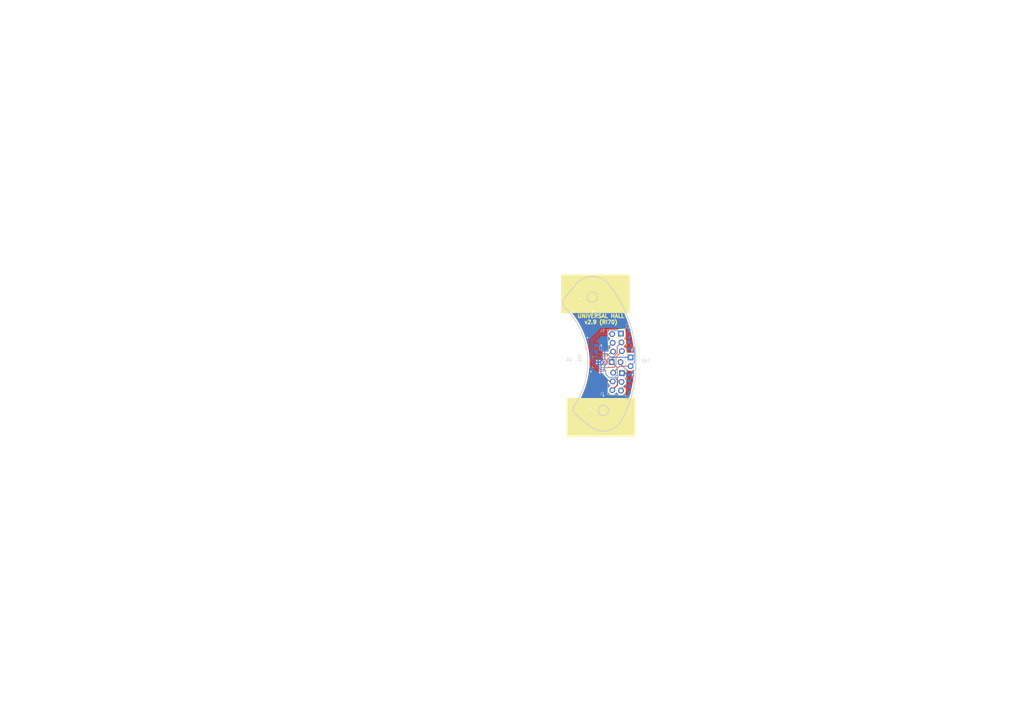
<source format=kicad_pcb>
(kicad_pcb (version 20211014) (generator pcbnew)
  (layers (0 "F.Cu" signal) (31 "B.Cu" signal) (34 "B.Paste" user) (35 "F.Paste" user) (36 "B.SilkS" user "B.Silkscreen") (37 "F.SilkS" user "F.Silkscreen") (38 "B.Mask" user) (39 "F.Mask" user) (44 "Edge.Cuts" user))
  (net 0 "")
  (net 1 "A")
  (net 2 "B")
  (net 3 "+3V3")
  (net 4 "VTEMP1")
  (net 5 "VTEMP2")
  (net 6 "GND")
  (net 7 "MOSI")
  (net 8 "CS")
  (net 9 "MISO")
  (net 10 "MGL")
  (net 11 "SCLK")
  (net 12 "MGH")
  (net 13 "V")
  (net 15 "W")
  (net 18 "U")
  (footprint "Connector_PinSocket_2.54mm:PinSocket_2x03_P2.54mm_Vertical" (layer "F.Cu") (at 180.1 96.723428 3.17)
    (fp_text reference "J2" (at -5.346203 -1.120781 3.17) (layer "F.SilkS") (effects (font (size 0.8 0.8) (thickness 0.1))))
    (fp_text value "Conn_02x03_Odd_Even")
    (fp_line (start 1.33 1.27) (end 1.33 6.41) (layer "F.SilkS") (width 0.12))
    (fp_line (start -3.87 6.41) (end 1.33 6.41) (layer "F.SilkS") (width 0.12))
    (fp_line (start 1.33 -1.33) (end 1.33 0) (layer "F.SilkS") (width 0.12))
    (fp_line (start -1.27 1.27) (end 1.33 1.27) (layer "F.SilkS") (width 0.12))
    (fp_line (start 0 -1.33) (end 1.33 -1.33) (layer "F.SilkS") (width 0.12))
    (fp_line (start -1.27 -1.33) (end -1.27 1.27) (layer "F.SilkS") (width 0.12))
    (fp_line (start -3.87 -1.33) (end -1.27 -1.33) (layer "F.SilkS") (width 0.12))
    (fp_line (start -3.87 -1.33) (end -3.87 6.41) (layer "F.SilkS") (width 0.12))
    (pad "1" thru_hole rect locked (at 0 0 3.17) (size 1.7 1.7) (drill 1) (layers *.Cu *.Mask) (net 10 "MGL"))
    (pad "2" thru_hole oval locked (at -2.54 0 3.17) (size 1.7 1.7) (drill 1) (layers *.Cu *.Mask) (net 11 "SCLK"))
    (pad "3" thru_hole oval locked (at 0 2.54 3.17) (size 1.7 1.7) (drill 1) (layers *.Cu *.Mask) (net 9 "MISO"))
    (pad "4" thru_hole oval locked (at -2.54 2.54 3.17) (size 1.7 1.7) (drill 1) (layers *.Cu *.Mask) (net 7 "MOSI"))
    (pad "5" thru_hole oval locked (at 0 5.08 3.17) (size 1.7 1.7) (drill 1) (layers *.Cu *.Mask) (net 8 "CS"))
    (pad "6" thru_hole oval locked (at -2.54 5.08 3.17) (size 1.7 1.7) (drill 1) (layers *.Cu *.Mask) (net 12 "MGH"))
  )
  (footprint "Connector_PinSocket_2.54mm:PinSocket_2x03_P2.54mm_Vertical" (layer "F.Cu") (at 180.4 108.2 -3.17)
    (fp_text reference "J1" (at -5.365016 6.206175 -3.17) (layer "F.SilkS") (effects (font (size 0.8 0.8) (thickness 0.1))))
    (fp_text value "Conn_02x03_Odd_Even")
    (fp_line (start -1.27 -1.33) (end -1.27 1.27) (layer "F.SilkS") (width 0.12))
    (fp_line (start 0 -1.33) (end 1.33 -1.33) (layer "F.SilkS") (width 0.12))
    (fp_line (start 1.33 -1.33) (end 1.33 0) (layer "F.SilkS") (width 0.12))
    (fp_line (start -1.27 1.27) (end 1.33 1.27) (layer "F.SilkS") (width 0.12))
    (fp_line (start 1.33 1.27) (end 1.33 6.41) (layer "F.SilkS") (width 0.12))
    (fp_line (start -3.87 -1.33) (end -1.27 -1.33) (layer "F.SilkS") (width 0.12))
    (fp_line (start -3.87 -1.33) (end -3.87 6.41) (layer "F.SilkS") (width 0.12))
    (fp_line (start -3.87 6.41) (end 1.33 6.41) (layer "F.SilkS") (width 0.12))
    (pad "1" thru_hole rect locked (at 0 0 356.83) (size 1.7 1.7) (drill 1) (layers *.Cu *.Mask) (net 6 "GND"))
    (pad "2" thru_hole oval locked (at -2.54 0 356.83) (size 1.7 1.7) (drill 1) (layers *.Cu *.Mask) (net 5 "VTEMP2"))
    (pad "3" thru_hole oval locked (at 0 2.54 356.83) (size 1.7 1.7) (drill 1) (layers *.Cu *.Mask) (net 2 "B"))
    (pad "4" thru_hole oval locked (at -2.54 2.54 356.83) (size 1.7 1.7) (drill 1) (layers *.Cu *.Mask) (net 1 "A"))
    (pad "5" thru_hole oval locked (at 0 5.08 356.83) (size 1.7 1.7) (drill 1) (layers *.Cu *.Mask) (net 4 "VTEMP1"))
    (pad "6" thru_hole oval locked (at -2.54 5.08 356.83) (size 1.7 1.7) (drill 1) (layers *.Cu *.Mask) (net 3 "+3V3"))
  )
  (footprint "footprints:C_0603_1608Metric_Pad1.08x0.95mm_HandSolder" (layer "B.Cu") (at 182.5 112.9 -90)
    (fp_text reference "C2" (at 2.5 0.6 90) (layer "B.SilkS") (effects (font (size 0.8 0.8) (thickness 0.1)) (justify mirror)))
    (fp_text value "C")
    (fp_line (start -0.146267 0.51) (end 0.146267 0.51) (layer "B.SilkS") (width 0.12))
    (fp_line (start -0.146267 -0.51) (end 0.146267 -0.51) (layer "B.SilkS") (width 0.12))
    (pad "1" smd roundrect locked (at -0.8625 0 270) (size 1.075 0.95) (layers "B.Cu" "B.Paste" "B.Mask") (net 4 "VTEMP1"))
    (pad "2" smd roundrect locked (at 0.8625 0 270) (size 1.075 0.95) (layers "B.Cu" "B.Paste" "B.Mask") (net 6 "GND"))
  )
  (footprint "footprints:C_0603_1608Metric_Pad1.08x0.95mm_HandSolder" (layer "B.Cu") (at 172.8 101.0375 90)
    (fp_text reference "C1" (at 0 1.43 270) (layer "B.SilkS") (effects (font (size 0.8 0.8) (thickness 0.1)) (justify mirror)))
    (fp_text value "1uF")
    (fp_line (start -0.146267 0.51) (end 0.146267 0.51) (layer "B.SilkS") (width 0.12))
    (fp_line (start -0.146267 -0.51) (end 0.146267 -0.51) (layer "B.SilkS") (width 0.12))
    (pad "1" smd roundrect locked (at -0.8625 0 90) (size 1.075 0.95) (layers "B.Cu" "B.Paste" "B.Mask") (net 3 "+3V3"))
    (pad "2" smd roundrect locked (at 0.8625 0 90) (size 1.075 0.95) (layers "B.Cu" "B.Paste" "B.Mask") (net 6 "GND"))
  )
  (footprint "footprints:R_0603_1608Metric_Pad0.98x0.95mm_HandSolder" (layer "B.Cu") (at 182.5 109.6 90)
    (fp_text reference "R1" (at 0.9 1.1 90) (layer "B.SilkS") (effects (font (size 0.8 0.8) (thickness 0.1)) (justify mirror)))
    (fp_text value "10k")
    (fp_line (start -0.254724 0.5225) (end 0.254724 0.5225) (layer "B.SilkS") (width 0.12))
    (fp_line (start -0.254724 -0.5225) (end 0.254724 -0.5225) (layer "B.SilkS") (width 0.12))
    (pad "1" smd roundrect locked (at -0.9125 0 90) (size 0.975 0.95) (layers "B.Cu" "B.Paste" "B.Mask") (net 4 "VTEMP1"))
    (pad "2" smd roundrect locked (at 0.9125 0 90) (size 0.975 0.95) (layers "B.Cu" "B.Paste" "B.Mask") (net 6 "GND"))
  )
  (footprint "footprints:C_0603_1608Metric_Pad1.08x0.95mm_HandSolder" (layer "B.Cu") (at 182.4 96.8375 90)
    (fp_text reference "C3" (at 2.2375 -0.4 90) (layer "B.SilkS") (effects (font (size 0.8 0.8) (thickness 0.1)) (justify mirror)))
    (fp_text value "C")
    (fp_line (start -0.146267 -0.51) (end 0.146267 -0.51) (layer "B.SilkS") (width 0.12))
    (fp_line (start -0.146267 0.51) (end 0.146267 0.51) (layer "B.SilkS") (width 0.12))
    (pad "1" smd roundrect locked (at -0.8625 0 90) (size 1.075 0.95) (layers "B.Cu" "B.Paste" "B.Mask") (net 5 "VTEMP2"))
    (pad "2" smd roundrect locked (at 0.8625 0 90) (size 1.075 0.95) (layers "B.Cu" "B.Paste" "B.Mask") (net 6 "GND"))
  )
  (footprint "footprints:PinHeader_1x02_P2.54mm_Vertical" (layer "B.Cu") (at 182.9 103.625 180)
    (fp_text reference "TH2" (at -4.4 -1.075) (layer "B.SilkS") (effects (font (size 0.8 0.8) (thickness 0.1)) (justify mirror)))
    (fp_text value "NTC")
    (fp_line (start -1.33 -1.27) (end -1.33 -3.87) (layer "B.SilkS") (width 0.12))
    (fp_line (start -1.33 0) (end -1.33 1.33) (layer "B.SilkS") (width 0.12))
    (fp_line (start 1.33 -1.27) (end 1.33 -3.87) (layer "B.SilkS") (width 0.12))
    (fp_line (start -1.33 -3.87) (end 1.33 -3.87) (layer "B.SilkS") (width 0.12))
    (fp_line (start -1.33 -1.27) (end 1.33 -1.27) (layer "B.SilkS") (width 0.12))
    (fp_line (start -1.33 1.33) (end 0 1.33) (layer "B.SilkS") (width 0.12))
    (pad "1" thru_hole rect locked (at 0 0 180) (size 1.7 1.7) (drill 1) (layers *.Cu *.Mask) (net 3 "+3V3"))
    (pad "2" thru_hole oval locked (at 0 -2.54 180) (size 1.7 1.7) (drill 1) (layers *.Cu *.Mask) (net 5 "VTEMP2"))
  )
  (footprint "Package_DFN_QFN:VQFN-16-1EP_3x3mm_P0.5mm_EP1.8x1.8mm" (layer "B.Cu") (at 173.52 104.99 180)
    (fp_text reference "U1" (at 8.52 0.79) (layer "B.SilkS") (effects (font (size 0.8 0.8) (thickness 0.1)) (justify mirror)))
    (fp_text value "MA710")
    (fp_line (start -1.135 -1.61) (end -1.61 -1.61) (layer "B.SilkS") (width 0.12))
    (fp_line (start 1.61 -1.61) (end 1.61 -1.135) (layer "B.SilkS") (width 0.12))
    (fp_line (start -1.61 -1.61) (end -1.61 -1.135) (layer "B.SilkS") (width 0.12))
    (fp_line (start 1.61 1.61) (end 1.61 1.135) (layer "B.SilkS") (width 0.12))
    (fp_line (start 1.135 1.61) (end 1.61 1.61) (layer "B.SilkS") (width 0.12))
    (fp_line (start 1.135 -1.61) (end 1.61 -1.61) (layer "B.SilkS") (width 0.12))
    (fp_line (start -1.135 1.61) (end -1.61 1.61) (layer "B.SilkS") (width 0.12))
    (pad "1" smd roundrect locked (at -1.4875 0.75 180) (size 0.775 0.25) (layers "B.Cu" "B.Paste" "B.Mask") (net 13 "V"))
    (pad "2" smd roundrect locked (at -1.4875 0.25 180) (size 0.775 0.25) (layers "B.Cu" "B.Paste" "B.Mask") (net 1 "A"))
    (pad "3" smd roundrect locked (at -1.4875 -0.25 180) (size 0.775 0.25) (layers "B.Cu" "B.Paste" "B.Mask"))
    (pad "4" smd roundrect locked (at -1.4875 -0.75 180) (size 0.775 0.25) (layers "B.Cu" "B.Paste" "B.Mask") (net 7 "MOSI"))
    (pad "5" smd roundrect locked (at -0.75 -1.4875 180) (size 0.25 0.775) (layers "B.Cu" "B.Paste" "B.Mask") (net 8 "CS"))
    (pad "6" smd roundrect locked (at -0.25 -1.4875 180) (size 0.25 0.775) (layers "B.Cu" "B.Paste" "B.Mask") (net 2 "B"))
    (pad "7" smd roundrect locked (at 0.25 -1.4875 180) (size 0.25 0.775) (layers "B.Cu" "B.Paste" "B.Mask") (net 9 "MISO"))
    (pad "8" smd roundrect locked (at 0.75 -1.4875 180) (size 0.25 0.775) (layers "B.Cu" "B.Paste" "B.Mask") (net 6 "GND"))
    (pad "9" smd roundrect locked (at 1.4875 -0.75 180) (size 0.775 0.25) (layers "B.Cu" "B.Paste" "B.Mask") (net 15 "W"))
    (pad "10" smd roundrect locked (at 1.4875 -0.25 180) (size 0.775 0.25) (layers "B.Cu" "B.Paste" "B.Mask"))
    (pad "11" smd roundrect locked (at 1.4875 0.25 180) (size 0.775 0.25) (layers "B.Cu" "B.Paste" "B.Mask") (net 10 "MGL"))
    (pad "12" smd roundrect locked (at 1.4875 0.75 180) (size 0.775 0.25) (layers "B.Cu" "B.Paste" "B.Mask") (net 11 "SCLK"))
    (pad "13" smd roundrect locked (at 0.75 1.4875 180) (size 0.25 0.775) (layers "B.Cu" "B.Paste" "B.Mask") (net 3 "+3V3"))
    (pad "14" smd roundrect locked (at 0.25 1.4875 180) (size 0.25 0.775) (layers "B.Cu" "B.Paste" "B.Mask"))
    (pad "15" smd roundrect locked (at -0.25 1.4875 180) (size 0.25 0.775) (layers "B.Cu" "B.Paste" "B.Mask") (net 18 "U"))
    (pad "16" smd roundrect locked (at -0.75 1.4875 180) (size 0.25 0.775) (layers "B.Cu" "B.Paste" "B.Mask") (net 12 "MGH"))
    (pad "17" smd rect locked (at 0 0 180) (size 1.8 1.8) (layers "B.Cu" "B.Mask") (net 6 "GND"))
  )
  (footprint "footprints:PinHeader_1x02_P2.54mm_Vertical" (layer "B.Cu") (at 177.425 105 -90)
    (fp_text reference "TH1" (at -1.2 9.225 90) (layer "B.SilkS") (effects (font (size 0.8 0.8) (thickness 0.1)) (justify mirror)))
    (fp_text value "NTC")
    (fp_line (start -1.33 -1.27) (end -1.33 -3.87) (layer "B.SilkS") (width 0.12))
    (fp_line (start -1.33 -3.87) (end 1.33 -3.87) (layer "B.SilkS") (width 0.12))
    (fp_line (start -1.33 1.33) (end 0 1.33) (layer "B.SilkS") (width 0.12))
    (fp_line (start 1.33 -1.27) (end 1.33 -3.87) (layer "B.SilkS") (width 0.12))
    (fp_line (start -1.33 -1.27) (end 1.33 -1.27) (layer "B.SilkS") (width 0.12))
    (fp_line (start -1.33 0) (end -1.33 1.33) (layer "B.SilkS") (width 0.12))
    (pad "1" thru_hole rect locked (at 0 0 270) (size 1.7 1.7) (drill 1) (layers *.Cu *.Mask) (net 3 "+3V3"))
    (pad "2" thru_hole oval locked (at 0 -2.54 270) (size 1.7 1.7) (drill 1) (layers *.Cu *.Mask) (net 4 "VTEMP1"))
  )
  (footprint "footprints:R_0603_1608Metric_Pad0.98x0.95mm_HandSolder" (layer "B.Cu") (at 182.4 100.1375 -90)
    (fp_text reference "R2" (at 1.1625 -1.2 90) (layer "B.SilkS") (effects (font (size 0.8 0.8) (thickness 0.1)) (justify mirror)))
    (fp_text value "10k")
    (fp_line (start -0.254724 0.5225) (end 0.254724 0.5225) (layer "B.SilkS") (width 0.12))
    (fp_line (start -0.254724 -0.5225) (end 0.254724 -0.5225) (layer "B.SilkS") (width 0.12))
    (pad "1" smd roundrect locked (at -0.9125 0 270) (size 0.975 0.95) (layers "B.Cu" "B.Paste" "B.Mask") (net 5 "VTEMP2"))
    (pad "2" smd roundrect locked (at 0.9125 0 270) (size 0.975 0.95) (layers "B.Cu" "B.Paste" "B.Mask") (net 6 "GND"))
  )
  (gr_rect (start 184.2 115.5) (end 164.4 126.5) (layer "F.SilkS") (width 0.15) (fill solid))
  (gr_rect (start 182.6 79.7) (end 162.8 90.7) (layer "F.SilkS") (width 0.15) (fill solid))
  (gr_arc (start 180.315321 121.845321) (mid 176.191478 124.920564) (end 171.201257 123.671203) (layer "Edge.Cuts") (width 0.25))
  (gr_circle (center 171.807437 86.109174) (end 173.307437 86.109174) (layer "Edge.Cuts") (width 0.25) (fill none))
  (gr_arc (start 176.468794 82.331377) (mid 184.331283 101.510189) (end 180.315321 121.845321) (layer "Edge.Cuts") (width 0.25))
  (gr_arc (start 163.843842 89.231533) (mid 163.241738 87.908797) (end 163.694097 86.527663) (layer "Edge.Cuts") (width 0.25))
  (gr_arc (start 166.97115 120.191604) (mid 166.260911 118.923645) (end 166.596602 117.509618) (layer "Edge.Cuts") (width 0.25))
  (gr_arc (start 167.173695 82.297555) (mid 171.829268 80.109213) (end 176.468794 82.331376) (layer "Edge.Cuts") (width 0.25))
  (gr_line (start 171.201257 123.671203) (end 166.971149 120.191604) (layer "Edge.Cuts") (width 0.25))
  (gr_circle (center 175.012876 119.037461) (end 176.512876 119.037461) (layer "Edge.Cuts") (width 0.25) (fill none))
  (gr_arc (start 163.843842 89.231534) (mid 170.397148 102.866623) (end 166.596602 117.509618) (layer "Edge.Cuts") (width 0.25))
  (gr_line (start 167.173696 82.297555) (end 163.694097 86.527663) (layer "Edge.Cuts") (width 0.25))
  (gr_text "UNIVERSAL HALL\nv2.9 (RI70)" (at 174.3 92.5) (layer "F.SilkS") (effects (font (size 1.1 1.1) (thickness 0.275))))
  (segment (start 174.3 108.1) (end 176.795655 110.595655) (width 0.2) (layer "F.Cu") (net 1))
  (segment (start 176.795655 110.595655) (end 177.723428 110.595655) (width 0.2) (layer "F.Cu") (net 1))
  (segment (start 174.8 105.489259) (end 174.3 105.989259) (width 0.2) (layer "F.Cu") (net 1))
  (segment (start 175.402225 104.670596) (end 174.8 105.272821) (width 0.2) (layer "F.Cu") (net 1))
  (segment (start 174.3 105.989259) (end 174.3 108.1) (width 0.2) (layer "F.Cu") (net 1))
  (segment (start 174.8 105.272821) (end 174.8 105.489259) (width 0.2) (layer "F.Cu") (net 1))
  (segment (start 175.458305 104.670596) (end 175.402225 104.670596) (width 0.2) (layer "F.Cu") (net 1))
  (via (at 175.458305 104.670596) (size 0.4) (drill 0.3) (layers "F.Cu" "B.Cu") (net 1))
  (segment (start 175.458305 104.670596) (end 175.439381 104.68952) (width 0.25) (layer "B.Cu") (net 1))
  (segment (start 175.439381 104.68952) (end 175.05798 104.68952) (width 0.25) (layer "B.Cu") (net 1))
  (segment (start 175.05798 104.68952) (end 175.0075 104.74) (width 0.25) (layer "B.Cu") (net 1))
  (segment (start 175.406916 107.16452) (end 175.699511 107.457115) (width 0.2) (layer "B.Cu") (net 2))
  (segment (start 179.536113 110.736113) (end 180.259541 110.736113) (width 0.2) (layer "B.Cu") (net 2))
  (segment (start 174.055814 107.16452) (end 175.406916 107.16452) (width 0.2) (layer "B.Cu") (net 2))
  (segment (start 173.77 106.4775) (end 173.77 106.878706) (width 0.2) (layer "B.Cu") (net 2))
  (segment (start 175.699511 107.457115) (end 175.699511 108.499511) (width 0.2) (layer "B.Cu") (net 2))
  (segment (start 173.77 106.878706) (end 174.055814 107.16452) (width 0.2) (layer "B.Cu") (net 2))
  (segment (start 178.2 109.4) (end 179.536113 110.736113) (width 0.2) (layer "B.Cu") (net 2))
  (segment (start 176.6 109.4) (end 178.2 109.4) (width 0.2) (layer "B.Cu") (net 2))
  (segment (start 175.699511 108.499511) (end 176.6 109.4) (width 0.2) (layer "B.Cu") (net 2))
  (segment (start 179.06003 111.654707) (end 179.06003 109.260557) (width 0.3) (layer "F.Cu") (net 3))
  (segment (start 179.06003 109.260557) (end 178.915872 109.116399) (width 0.3) (layer "F.Cu") (net 3))
  (segment (start 179.06003 111.654707) (end 177.582969 113.131768) (width 0.3) (layer "F.Cu") (net 3))
  (via (at 178.915872 109.116399) (size 0.8) (drill 0.4) (layers "F.Cu" "B.Cu") (net 3))
  (segment (start 173.100584 102.7) (end 172.77 103.030584) (width 0.3) (layer "B.Cu") (net 3))
  (segment (start 182.9 103.625) (end 182.875 103.6) (width 0.3) (layer "B.Cu") (net 3))
  (segment (start 173.200584 102.6) (end 173.100584 102.7) (width 0.3) (layer "B.Cu") (net 3))
  (segment (start 178.915872 109.116399) (end 179.1 108.932271) (width 0.3) (layer "B.Cu") (net 3))
  (segment (start 178 103.6) (end 177.077127 103.6) (width 0.3) (layer "B.Cu") (net 3))
  (segment (start 177.077127 103.6) (end 176.077127 102.6) (width 0.3) (layer "B.Cu") (net 3))
  (segment (start 173.100584 102.7) (end 173.100584 102.200584) (width 0.3) (layer "B.Cu") (net 3))
  (segment (start 179.1 106.675) (end 177.425 105) (width 0.3) (layer "B.Cu") (net 3))
  (segment (start 177.425 104.175) (end 177.425 105) (width 0.3) (layer "B.Cu") (net 3))
  (segment (start 176.077127 102.6) (end 173.200584 102.6) (width 0.3) (layer "B.Cu") (net 3))
  (segment (start 178 103.6) (end 177.425 104.175) (width 0.3) (layer "B.Cu") (net 3))
  (segment (start 182.875 103.6) (end 178 103.6) (width 0.3) (layer "B.Cu") (net 3))
  (segment (start 173.100584 102.200584) (end 172.8 101.9) (width 0.3) (layer "B.Cu") (net 3))
  (segment (start 179.1 108.932271) (end 179.1 106.675) (width 0.3) (layer "B.Cu") (net 3))
  (segment (start 172.77 103.030584) (end 172.77 103.5025) (width 0.3) (layer "B.Cu") (net 3))
  (segment (start 181.7 110) (end 182.2125 110.5125) (width 0.2) (layer "B.Cu") (net 4))
  (segment (start 182.2125 110.5125) (end 182.5 110.5125) (width 0.2) (layer "B.Cu") (net 4))
  (segment (start 181.7 107.3) (end 181.7 110) (width 0.2) (layer "B.Cu") (net 4))
  (segment (start 179.965 105) (end 179.965 105.565) (width 0.2) (layer "B.Cu") (net 4))
  (segment (start 181.7 110) (end 181.7 111.3) (width 0.2) (layer "B.Cu") (net 4))
  (segment (start 181.7 111.3) (end 181.7625 111.3) (width 0.2) (layer "B.Cu") (net 4))
  (segment (start 179.965 105.565) (end 181.7 107.3) (width 0.2) (layer "B.Cu") (net 4))
  (segment (start 180.119083 112.880917) (end 180.119083 113.272227) (width 0.2) (layer "B.Cu") (net 4))
  (segment (start 181.7 111.3) (end 180.119083 112.880917) (width 0.2) (layer "B.Cu") (net 4))
  (segment (start 181.7625 111.3) (end 182.5 112.0375) (width 0.2) (layer "B.Cu") (net 4))
  (segment (start 177.863887 108.059541) (end 179.758428 106.165) (width 0.2) (layer "F.Cu") (net 5))
  (segment (start 179.758428 106.165) (end 182.9 106.165) (width 0.2) (layer "F.Cu") (net 5))
  (segment (start 184.049511 100.874511) (end 184.049511 105.015489) (width 0.2) (layer "B.Cu") (net 5))
  (segment (start 182.4 99.225) (end 184.049511 100.874511) (width 0.2) (layer "B.Cu") (net 5))
  (segment (start 184.049511 105.015489) (end 182.9 106.165) (width 0.2) (layer "B.Cu") (net 5))
  (segment (start 182.4 97.7) (end 182.4 99.225) (width 0.2) (layer "B.Cu") (net 5))
  (via (at 171.4 107.8) (size 0.8) (drill 0.4) (layers "F.Cu" "B.Cu") (net 6))
  (via (at 173.9 104.6) (size 0.8) (drill 0.4) (layers "F.Cu" "B.Cu") (net 6))
  (via (at 175 114.8) (size 0.8) (drill 0.4) (layers "F.Cu" "B.Cu") (net 6))
  (via (at 174.4 100.1) (size 0.8) (drill 0.4) (layers "F.Cu" "B.Cu") (net 6))
  (via (at 170.4 97.9) (size 0.8) (drill 0.4) (layers "F.Cu" "B.Cu") (net 6))
  (via (at 183.5 108.7) (size 0.8) (drill 0.4) (layers "F.Cu" "B.Cu") (net 6))
  (via (at 183.3 101.5) (size 0.8) (drill 0.4) (layers "F.Cu" "B.Cu") (net 6))
  (via (at 172 90.4) (size 0.8) (drill 0.4) (layers "F.Cu" "B.Cu") (net 6))
  (via (at 173.1 105.4) (size 0.8) (drill 0.4) (layers "F.Cu" "B.Cu") (net 6))
  (via (at 171.3 118.4) (size 0.8) (drill 0.4) (layers "F.Cu" "B.Cu") (net 6))
  (via (at 168.1 86.6) (size 0.8) (drill 0.4) (layers "F.Cu" "B.Cu") (net 6))
  (via (at 173.9 105.4) (size 0.8) (drill 0.4) (layers "F.Cu" "B.Cu") (net 6))
  (via (at 173.1 104.6) (size 0.8) (drill 0.4) (layers "F.Cu" "B.Cu") (net 6))
  (segment (start 183.3 101.5) (end 182.85 101.5) (width 0.2) (layer "B.Cu") (net 6))
  (segment (start 172.77 105.74) (end 173.52 104.99) (width 0.2) (layer "B.Cu") (net 6))
  (segment (start 172.77 106.4775) (end 172.77 105.74) (width 0.2) (layer "B.Cu") (net 6))
  (segment (start 172.77 105.73) (end 173.5 105) (width 0.2) (layer "B.Cu") (net 6))
  (segment (start 182.85 101.5) (end 182.4 101.05) (width 0.2) (layer "B.Cu") (net 6))
  (segment (start 175.400489 101.703856) (end 177.704345 99.4) (width 0.2) (layer "F.Cu") (net 7))
  (segment (start 175.7215 105.2) (end 175.884816 105.036684) (width 0.2) (layer "F.Cu") (net 7))
  (segment (start 175.400489 104.009601) (end 175.400489 101.703856) (width 0.2) (layer "F.Cu") (net 7))
  (segment (start 175.884816 105.036684) (end 175.884816 104.493928) (width 0.2) (layer "F.Cu") (net 7))
  (segment (start 175.884816 104.493928) (end 175.400489 104.009601) (width 0.2) (layer "F.Cu") (net 7))
  (via (at 175.7215 105.2) (size 0.4) (drill 0.3) (layers "F.Cu" "B.Cu") (net 7))
  (segment (start 175.62152 105.422216) (end 175.303736 105.74) (width 0.2) (layer "B.Cu") (net 7))
  (segment (start 175.303736 105.74) (end 175.0075 105.74) (width 0.2) (layer "B.Cu") (net 7))
  (segment (start 175.7215 105.2) (end 175.62152 105.29998) (width 0.2) (layer "B.Cu") (net 7))
  (segment (start 175.62152 105.29998) (end 175.62152 105.422216) (width 0.2) (layer "B.Cu") (net 7))
  (segment (start 178.7 105.9) (end 178.7 103.476572) (width 0.2) (layer "F.Cu") (net 8))
  (segment (start 176.368472 106.60295) (end 176.471902 106.49952) (width 0.2) (layer "F.Cu") (net 8))
  (segment (start 176.10345 106.60295) (end 176.368472 106.60295) (width 0.2) (layer "F.Cu") (net 8))
  (segment (start 176.471902 106.49952) (end 178.10048 106.49952) (width 0.2) (layer "F.Cu") (net 8))
  (segment (start 178.7 103.476572) (end 180.380917 101.795655) (width 0.2) (layer "F.Cu") (net 8))
  (segment (start 178.10048 106.49952) (end 178.7 105.9) (width 0.2) (layer "F.Cu") (net 8))
  (via (at 176.10345 106.60295) (size 0.4) (drill 0.3) (layers "F.Cu" "B.Cu") (net 8))
  (segment (start 176.10345 106.60295) (end 174.39545 106.60295) (width 0.2) (layer "B.Cu") (net 8))
  (segment (start 174.39545 106.60295) (end 174.27 106.4775) (width 0.2) (layer "B.Cu") (net 8))
  (segment (start 176.211336 105.313343) (end 175.2 106.324679) (width 0.2) (layer "F.Cu") (net 9))
  (segment (start 179.017173 100.482827) (end 179.017173 102.382827) (width 0.2) (layer "F.Cu") (net 9))
  (segment (start 177.1 103.3) (end 176.211336 104.188664) (width 0.2) (layer "F.Cu") (net 9))
  (segment (start 176.211336 104.188664) (end 176.211336 105.313343) (width 0.2) (layer "F.Cu") (net 9))
  (segment (start 180.240459 99.259541) (end 179.017173 100.482827) (width 0.2) (layer "F.Cu") (net 9))
  (segment (start 178.1 103.3) (end 177.1 103.3) (width 0.2) (layer "F.Cu") (net 9))
  (segment (start 175.2 106.324679) (end 175.2 107.66402) (width 0.2) (layer "F.Cu") (net 9))
  (segment (start 179.017173 102.382827) (end 178.1 103.3) (width 0.2) (layer "F.Cu") (net 9))
  (via (at 175.2 107.66402) (size 0.4) (drill 0.3) (layers "F.Cu" "B.Cu") (net 9))
  (segment (start 173.990308 107.66402) (end 173.27 106.943712) (width 0.2) (layer "B.Cu") (net 9))
  (segment (start 175.2 107.66402) (end 173.990308 107.66402) (width 0.2) (layer "B.Cu") (net 9))
  (segment (start 173.27 106.943712) (end 173.27 106.4775) (width 0.2) (layer "B.Cu") (net 9))
  (segment (start 174.485624 95.714376) (end 179.090948 95.714376) (width 0.2) (layer "B.Cu") (net 10))
  (segment (start 171.34548 98.85452) (end 174.485624 95.714376) (width 0.2) (layer "B.Cu") (net 10))
  (segment (start 171.631294 104.74) (end 171.34548 104.454186) (width 0.2) (layer "B.Cu") (net 10))
  (segment (start 172.0325 104.74) (end 171.631294 104.74) (width 0.2) (layer "B.Cu") (net 10))
  (segment (start 171.34548 104.454186) (end 171.34548 98.85452) (width 0.2) (layer "B.Cu") (net 10))
  (segment (start 179.090948 95.714376) (end 180.1 96.723428) (width 0.2) (layer "B.Cu") (net 10))
  (segment (start 174.042513 96.863887) (end 177.563887 96.863887) (width 0.2) (layer "B.Cu") (net 11))
  (segment (start 171.8 104.0075) (end 171.8 99.1064) (width 0.2) (layer "B.Cu") (net 11))
  (segment (start 172.0325 104.24) (end 171.8 104.0075) (width 0.2) (layer "B.Cu") (net 11))
  (segment (start 171.8 99.1064) (end 174.042513 96.863887) (width 0.2) (layer "B.Cu") (net 11))
  (segment (start 175.9 103.2) (end 176.1 103.2) (width 0.2) (layer "F.Cu") (net 12))
  (segment (start 177.363886 101.936114) (end 177.844804 101.936114) (width 0.2) (layer "F.Cu") (net 12))
  (segment (start 176.1 103.2) (end 177.363886 101.936114) (width 0.2) (layer "F.Cu") (net 12))
  (via (at 175.9 103.2) (size 0.4) (drill 0.3) (layers "F.Cu" "B.Cu") (net 12))
  (segment (start 175.9 103.2) (end 174.5725 103.2) (width 0.2) (layer "B.Cu") (net 12))
  (segment (start 174.5725 103.2) (end 174.27 103.5025) (width 0.2) (layer "B.Cu") (net 12))
  (zone (net 6) (net_name "GND") (layers F&B.Cu) (connect_pads (clearance 0.508)) (min_thickness 0.254) (fill yes (thermal_gap 0.508) (thermal_bridge_width 0.508))
    (polygon (pts (xy 168.1 86) (xy 172 86) (xy 172 89.8) (xy 185 89.8) (xy 185 115.4) (xy 175 115.4) (xy 175 119) (xy 171.3 119) (xy 171.3 124) (xy 160 124) (xy 160 80.8) (xy 168.1 80.8)))
  )
)
</source>
